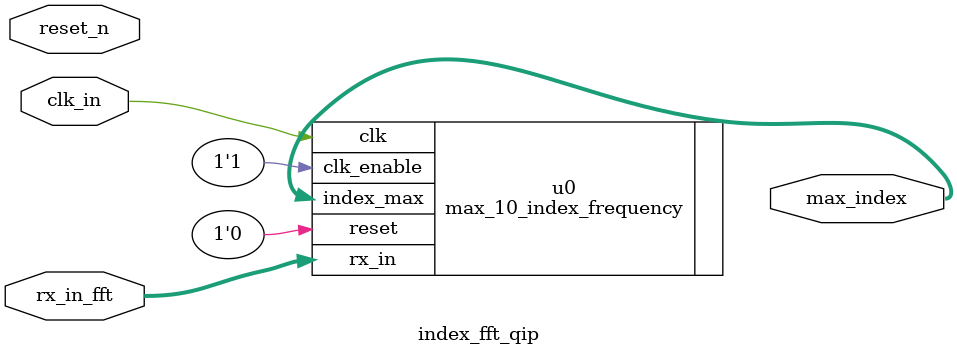
<source format=v>
module index_fft_qip(


	//////////// CLOCK //////////

	input 		          		clk_in,
	input 		          		reset_n,
	input 	[11:0]				rx_in_fft,
	output [7:0]					max_index
	);


//=======================================================
//  REG/WIRE declarations
//=======================================================
	wire reset_fft;
	//wire  [11:0] rx_in_fft;
	



//=======================================================
//  Structural coding
//=======================================================

assign reset_fft=~reset_n;

 max_10_index_frequency u0(
 .clk(clk_in),                           //   :   IN    std_logic;
        .reset(1'b0),                      //     :   IN    std_logic;
        .clk_enable(1'b1)      ,                 //:   IN    std_logic;
        .rx_in (rx_in_fft)   ,                  //    :   IN    std_logic_vector(11 DOWNTO 0);  -- ufix12
      //  .ce_out  (LEDR[0])   ,                 //   :   OUT   std_logic;
        .index_max    (max_index)             //    :   OUT   std_logic_vector(7 DOWNTO 0);  -- uint8
       // .valid_out  (LEDR[9])                   //   :   OUT   std_logic
        );
endmodule
</source>
